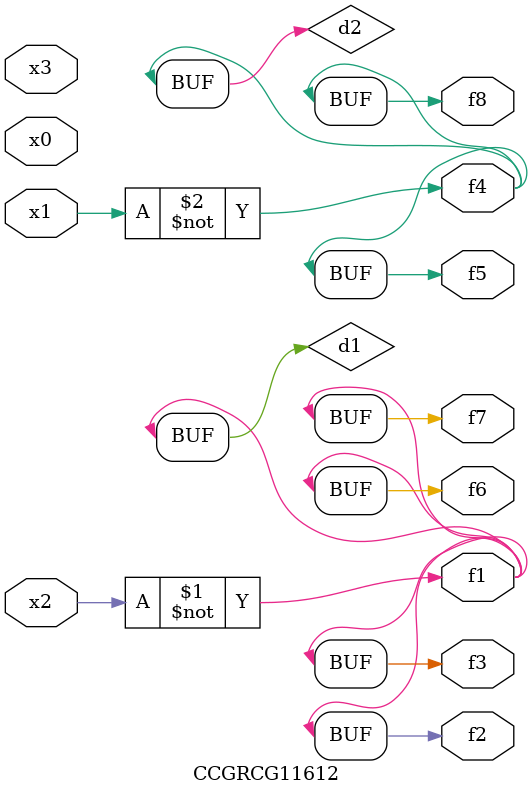
<source format=v>
module CCGRCG11612(
	input x0, x1, x2, x3,
	output f1, f2, f3, f4, f5, f6, f7, f8
);

	wire d1, d2;

	xnor (d1, x2);
	not (d2, x1);
	assign f1 = d1;
	assign f2 = d1;
	assign f3 = d1;
	assign f4 = d2;
	assign f5 = d2;
	assign f6 = d1;
	assign f7 = d1;
	assign f8 = d2;
endmodule

</source>
